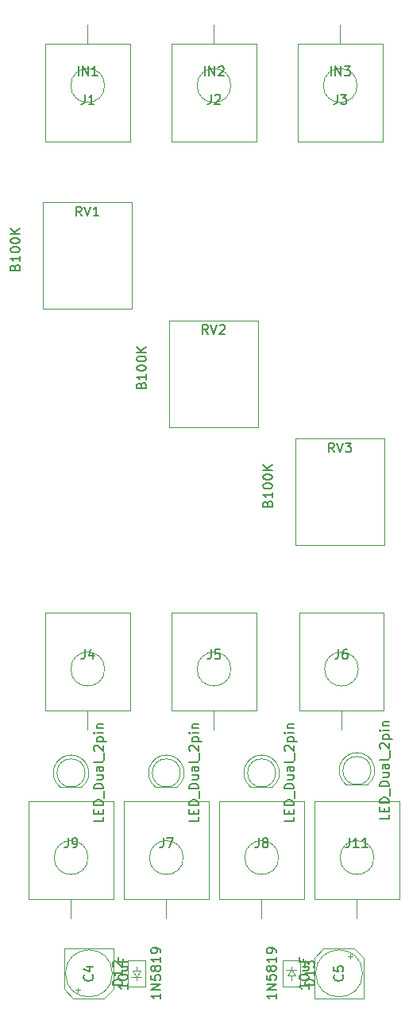
<source format=gbr>
G04 #@! TF.GenerationSoftware,KiCad,Pcbnew,(5.1.0)-1*
G04 #@! TF.CreationDate,2019-10-23T13:14:03-05:00*
G04 #@! TF.ProjectId,logiverter,6c6f6769-7665-4727-9465-722e6b696361,rev?*
G04 #@! TF.SameCoordinates,Original*
G04 #@! TF.FileFunction,Other,Fab,Top*
%FSLAX46Y46*%
G04 Gerber Fmt 4.6, Leading zero omitted, Abs format (unit mm)*
G04 Created by KiCad (PCBNEW (5.1.0)-1) date 2019-10-23 13:14:03*
%MOMM*%
%LPD*%
G04 APERTURE LIST*
%ADD10C,0.100000*%
%ADD11C,0.150000*%
G04 APERTURE END LIST*
D10*
X105482000Y-109635000D02*
X105482000Y-99235000D01*
X114482000Y-109635000D02*
X114482000Y-99235000D01*
X114482000Y-109635000D02*
X105482000Y-109635000D01*
X114482000Y-99185000D02*
X105482000Y-99185000D01*
X111782000Y-103635000D02*
G75*
G03X111782000Y-103635000I-1800000J0D01*
G01*
X109982000Y-97155000D02*
X109982000Y-99185000D01*
X114609000Y-159732000D02*
X114609000Y-170132000D01*
X105609000Y-159732000D02*
X105609000Y-170132000D01*
X105609000Y-159732000D02*
X114609000Y-159732000D01*
X105609000Y-170182000D02*
X114609000Y-170182000D01*
X111909000Y-165732000D02*
G75*
G03X111909000Y-165732000I-1800000J0D01*
G01*
X110109000Y-172212000D02*
X110109000Y-170182000D01*
X96520000Y-172212000D02*
X96520000Y-170182000D01*
X98320000Y-165732000D02*
G75*
G03X98320000Y-165732000I-1800000J0D01*
G01*
X92020000Y-170182000D02*
X101020000Y-170182000D01*
X92020000Y-159732000D02*
X101020000Y-159732000D01*
X92020000Y-159732000D02*
X92020000Y-170132000D01*
X101020000Y-159732000D02*
X101020000Y-170132000D01*
X116260000Y-179798000D02*
X116260000Y-190198000D01*
X107260000Y-179798000D02*
X107260000Y-190198000D01*
X107260000Y-179798000D02*
X116260000Y-179798000D01*
X107260000Y-190248000D02*
X116260000Y-190248000D01*
X113560000Y-185798000D02*
G75*
G03X113560000Y-185798000I-1800000J0D01*
G01*
X111760000Y-192278000D02*
X111760000Y-190248000D01*
X110593810Y-178030000D02*
X112926190Y-178030000D01*
X113260000Y-176530000D02*
G75*
G03X113260000Y-176530000I-1500000J0D01*
G01*
X112925476Y-178030555D02*
G75*
G03X110593810Y-178030000I-1165476J1500555D01*
G01*
X114692000Y-141208000D02*
X105192000Y-141208000D01*
X105192000Y-141208000D02*
X105192000Y-152558000D01*
X105192000Y-152558000D02*
X114692000Y-152558000D01*
X114692000Y-152558000D02*
X114692000Y-141208000D01*
X101230000Y-128635000D02*
X91730000Y-128635000D01*
X91730000Y-128635000D02*
X91730000Y-139985000D01*
X91730000Y-139985000D02*
X101230000Y-139985000D01*
X101230000Y-139985000D02*
X101230000Y-128635000D01*
X87768000Y-116062000D02*
X78268000Y-116062000D01*
X78268000Y-116062000D02*
X78268000Y-127412000D01*
X78268000Y-127412000D02*
X87768000Y-127412000D01*
X87768000Y-127412000D02*
X87768000Y-116062000D01*
X85780000Y-179798000D02*
X85780000Y-190198000D01*
X76780000Y-179798000D02*
X76780000Y-190198000D01*
X76780000Y-179798000D02*
X85780000Y-179798000D01*
X76780000Y-190248000D02*
X85780000Y-190248000D01*
X83080000Y-185798000D02*
G75*
G03X83080000Y-185798000I-1800000J0D01*
G01*
X81280000Y-192278000D02*
X81280000Y-190248000D01*
X101600000Y-192278000D02*
X101600000Y-190248000D01*
X103400000Y-185798000D02*
G75*
G03X103400000Y-185798000I-1800000J0D01*
G01*
X97100000Y-190248000D02*
X106100000Y-190248000D01*
X97100000Y-179798000D02*
X106100000Y-179798000D01*
X97100000Y-179798000D02*
X97100000Y-190198000D01*
X106100000Y-179798000D02*
X106100000Y-190198000D01*
X95940000Y-179798000D02*
X95940000Y-190198000D01*
X86940000Y-179798000D02*
X86940000Y-190198000D01*
X86940000Y-179798000D02*
X95940000Y-179798000D01*
X86940000Y-190248000D02*
X95940000Y-190248000D01*
X93240000Y-185798000D02*
G75*
G03X93240000Y-185798000I-1800000J0D01*
G01*
X91440000Y-192278000D02*
X91440000Y-190248000D01*
X83058000Y-172212000D02*
X83058000Y-170182000D01*
X84858000Y-165732000D02*
G75*
G03X84858000Y-165732000I-1800000J0D01*
G01*
X78558000Y-170182000D02*
X87558000Y-170182000D01*
X78558000Y-159732000D02*
X87558000Y-159732000D01*
X78558000Y-159732000D02*
X78558000Y-170132000D01*
X87558000Y-159732000D02*
X87558000Y-170132000D01*
X92020000Y-109635000D02*
X92020000Y-99235000D01*
X101020000Y-109635000D02*
X101020000Y-99235000D01*
X101020000Y-109635000D02*
X92020000Y-109635000D01*
X101020000Y-99185000D02*
X92020000Y-99185000D01*
X98320000Y-103635000D02*
G75*
G03X98320000Y-103635000I-1800000J0D01*
G01*
X96520000Y-97155000D02*
X96520000Y-99185000D01*
X78558000Y-109635000D02*
X78558000Y-99235000D01*
X87558000Y-109635000D02*
X87558000Y-99235000D01*
X87558000Y-109635000D02*
X78558000Y-109635000D01*
X87558000Y-99185000D02*
X78558000Y-99185000D01*
X84858000Y-103635000D02*
G75*
G03X84858000Y-103635000I-1800000J0D01*
G01*
X83058000Y-97155000D02*
X83058000Y-99185000D01*
X105675000Y-196720000D02*
X105675000Y-199520000D01*
X105675000Y-199520000D02*
X103875000Y-199520000D01*
X103875000Y-199520000D02*
X103875000Y-196720000D01*
X103875000Y-196720000D02*
X105675000Y-196720000D01*
X104775000Y-197370000D02*
X104775000Y-197770000D01*
X104775000Y-197770000D02*
X105325000Y-197770000D01*
X104775000Y-197770000D02*
X104225000Y-197770000D01*
X104775000Y-197770000D02*
X105175000Y-198370000D01*
X105175000Y-198370000D02*
X104375000Y-198370000D01*
X104375000Y-198370000D02*
X104775000Y-197770000D01*
X104775000Y-198370000D02*
X104775000Y-198870000D01*
X87365000Y-199520000D02*
X87365000Y-196720000D01*
X87365000Y-196720000D02*
X89165000Y-196720000D01*
X89165000Y-196720000D02*
X89165000Y-199520000D01*
X89165000Y-199520000D02*
X87365000Y-199520000D01*
X88265000Y-198870000D02*
X88265000Y-198470000D01*
X88265000Y-198470000D02*
X87715000Y-198470000D01*
X88265000Y-198470000D02*
X88815000Y-198470000D01*
X88265000Y-198470000D02*
X87865000Y-197870000D01*
X87865000Y-197870000D02*
X88665000Y-197870000D01*
X88665000Y-197870000D02*
X88265000Y-198470000D01*
X88265000Y-197870000D02*
X88265000Y-197370000D01*
X80113810Y-178284000D02*
X82446190Y-178284000D01*
X82780000Y-176784000D02*
G75*
G03X82780000Y-176784000I-1500000J0D01*
G01*
X82445476Y-178284555D02*
G75*
G03X80113810Y-178284000I-1165476J1500555D01*
G01*
X102765476Y-178284555D02*
G75*
G03X100433810Y-178284000I-1165476J1500555D01*
G01*
X103100000Y-176784000D02*
G75*
G03X103100000Y-176784000I-1500000J0D01*
G01*
X100433810Y-178284000D02*
X102766190Y-178284000D01*
X90273810Y-178284000D02*
X92606190Y-178284000D01*
X92940000Y-176784000D02*
G75*
G03X92940000Y-176784000I-1500000J0D01*
G01*
X92605476Y-178284555D02*
G75*
G03X90273810Y-178284000I-1165476J1500555D01*
G01*
X111305000Y-196336044D02*
X110805000Y-196336044D01*
X111055000Y-196086044D02*
X111055000Y-196586044D01*
X108205000Y-195470000D02*
X107205000Y-196470000D01*
X111505000Y-195470000D02*
X112505000Y-196470000D01*
X111505000Y-195470000D02*
X108205000Y-195470000D01*
X107205000Y-196470000D02*
X107205000Y-200770000D01*
X112505000Y-196470000D02*
X112505000Y-200770000D01*
X112505000Y-200770000D02*
X107205000Y-200770000D01*
X112355000Y-198120000D02*
G75*
G03X112355000Y-198120000I-2500000J0D01*
G01*
X81735000Y-199903956D02*
X82235000Y-199903956D01*
X81985000Y-200153956D02*
X81985000Y-199653956D01*
X84835000Y-200770000D02*
X85835000Y-199770000D01*
X81535000Y-200770000D02*
X80535000Y-199770000D01*
X81535000Y-200770000D02*
X84835000Y-200770000D01*
X85835000Y-199770000D02*
X85835000Y-195470000D01*
X80535000Y-199770000D02*
X80535000Y-195470000D01*
X80535000Y-195470000D02*
X85835000Y-195470000D01*
X85685000Y-198120000D02*
G75*
G03X85685000Y-198120000I-2500000J0D01*
G01*
D11*
X108982000Y-102607380D02*
X108982000Y-101607380D01*
X109458190Y-102607380D02*
X109458190Y-101607380D01*
X110029619Y-102607380D01*
X110029619Y-101607380D01*
X110410571Y-101607380D02*
X111029619Y-101607380D01*
X110696285Y-101988333D01*
X110839142Y-101988333D01*
X110934380Y-102035952D01*
X110982000Y-102083571D01*
X111029619Y-102178809D01*
X111029619Y-102416904D01*
X110982000Y-102512142D01*
X110934380Y-102559761D01*
X110839142Y-102607380D01*
X110553428Y-102607380D01*
X110458190Y-102559761D01*
X110410571Y-102512142D01*
X109648666Y-104607380D02*
X109648666Y-105321666D01*
X109601047Y-105464523D01*
X109505809Y-105559761D01*
X109362952Y-105607380D01*
X109267714Y-105607380D01*
X110029619Y-104607380D02*
X110648666Y-104607380D01*
X110315333Y-104988333D01*
X110458190Y-104988333D01*
X110553428Y-105035952D01*
X110601047Y-105083571D01*
X110648666Y-105178809D01*
X110648666Y-105416904D01*
X110601047Y-105512142D01*
X110553428Y-105559761D01*
X110458190Y-105607380D01*
X110172476Y-105607380D01*
X110077238Y-105559761D01*
X110029619Y-105512142D01*
X109775666Y-163664380D02*
X109775666Y-164378666D01*
X109728047Y-164521523D01*
X109632809Y-164616761D01*
X109489952Y-164664380D01*
X109394714Y-164664380D01*
X110680428Y-163664380D02*
X110489952Y-163664380D01*
X110394714Y-163712000D01*
X110347095Y-163759619D01*
X110251857Y-163902476D01*
X110204238Y-164092952D01*
X110204238Y-164473904D01*
X110251857Y-164569142D01*
X110299476Y-164616761D01*
X110394714Y-164664380D01*
X110585190Y-164664380D01*
X110680428Y-164616761D01*
X110728047Y-164569142D01*
X110775666Y-164473904D01*
X110775666Y-164235809D01*
X110728047Y-164140571D01*
X110680428Y-164092952D01*
X110585190Y-164045333D01*
X110394714Y-164045333D01*
X110299476Y-164092952D01*
X110251857Y-164140571D01*
X110204238Y-164235809D01*
X96186666Y-163664380D02*
X96186666Y-164378666D01*
X96139047Y-164521523D01*
X96043809Y-164616761D01*
X95900952Y-164664380D01*
X95805714Y-164664380D01*
X97139047Y-163664380D02*
X96662857Y-163664380D01*
X96615238Y-164140571D01*
X96662857Y-164092952D01*
X96758095Y-164045333D01*
X96996190Y-164045333D01*
X97091428Y-164092952D01*
X97139047Y-164140571D01*
X97186666Y-164235809D01*
X97186666Y-164473904D01*
X97139047Y-164569142D01*
X97091428Y-164616761D01*
X96996190Y-164664380D01*
X96758095Y-164664380D01*
X96662857Y-164616761D01*
X96615238Y-164569142D01*
X110950476Y-183730380D02*
X110950476Y-184444666D01*
X110902857Y-184587523D01*
X110807619Y-184682761D01*
X110664761Y-184730380D01*
X110569523Y-184730380D01*
X111950476Y-184730380D02*
X111379047Y-184730380D01*
X111664761Y-184730380D02*
X111664761Y-183730380D01*
X111569523Y-183873238D01*
X111474285Y-183968476D01*
X111379047Y-184016095D01*
X112902857Y-184730380D02*
X112331428Y-184730380D01*
X112617142Y-184730380D02*
X112617142Y-183730380D01*
X112521904Y-183873238D01*
X112426666Y-183968476D01*
X112331428Y-184016095D01*
X115172380Y-181220476D02*
X115172380Y-181696666D01*
X114172380Y-181696666D01*
X114648571Y-180887142D02*
X114648571Y-180553809D01*
X115172380Y-180410952D02*
X115172380Y-180887142D01*
X114172380Y-180887142D01*
X114172380Y-180410952D01*
X115172380Y-179982380D02*
X114172380Y-179982380D01*
X114172380Y-179744285D01*
X114220000Y-179601428D01*
X114315238Y-179506190D01*
X114410476Y-179458571D01*
X114600952Y-179410952D01*
X114743809Y-179410952D01*
X114934285Y-179458571D01*
X115029523Y-179506190D01*
X115124761Y-179601428D01*
X115172380Y-179744285D01*
X115172380Y-179982380D01*
X115267619Y-179220476D02*
X115267619Y-178458571D01*
X115172380Y-178220476D02*
X114172380Y-178220476D01*
X114172380Y-177982380D01*
X114220000Y-177839523D01*
X114315238Y-177744285D01*
X114410476Y-177696666D01*
X114600952Y-177649047D01*
X114743809Y-177649047D01*
X114934285Y-177696666D01*
X115029523Y-177744285D01*
X115124761Y-177839523D01*
X115172380Y-177982380D01*
X115172380Y-178220476D01*
X114505714Y-176791904D02*
X115172380Y-176791904D01*
X114505714Y-177220476D02*
X115029523Y-177220476D01*
X115124761Y-177172857D01*
X115172380Y-177077619D01*
X115172380Y-176934761D01*
X115124761Y-176839523D01*
X115077142Y-176791904D01*
X115172380Y-175887142D02*
X114648571Y-175887142D01*
X114553333Y-175934761D01*
X114505714Y-176030000D01*
X114505714Y-176220476D01*
X114553333Y-176315714D01*
X115124761Y-175887142D02*
X115172380Y-175982380D01*
X115172380Y-176220476D01*
X115124761Y-176315714D01*
X115029523Y-176363333D01*
X114934285Y-176363333D01*
X114839047Y-176315714D01*
X114791428Y-176220476D01*
X114791428Y-175982380D01*
X114743809Y-175887142D01*
X115172380Y-175268095D02*
X115124761Y-175363333D01*
X115029523Y-175410952D01*
X114172380Y-175410952D01*
X115267619Y-175125238D02*
X115267619Y-174363333D01*
X114267619Y-174172857D02*
X114220000Y-174125238D01*
X114172380Y-174030000D01*
X114172380Y-173791904D01*
X114220000Y-173696666D01*
X114267619Y-173649047D01*
X114362857Y-173601428D01*
X114458095Y-173601428D01*
X114600952Y-173649047D01*
X115172380Y-174220476D01*
X115172380Y-173601428D01*
X114505714Y-173172857D02*
X115505714Y-173172857D01*
X114553333Y-173172857D02*
X114505714Y-173077619D01*
X114505714Y-172887142D01*
X114553333Y-172791904D01*
X114600952Y-172744285D01*
X114696190Y-172696666D01*
X114981904Y-172696666D01*
X115077142Y-172744285D01*
X115124761Y-172791904D01*
X115172380Y-172887142D01*
X115172380Y-173077619D01*
X115124761Y-173172857D01*
X115172380Y-172268095D02*
X114505714Y-172268095D01*
X114172380Y-172268095D02*
X114220000Y-172315714D01*
X114267619Y-172268095D01*
X114220000Y-172220476D01*
X114172380Y-172268095D01*
X114267619Y-172268095D01*
X114505714Y-171791904D02*
X115172380Y-171791904D01*
X114600952Y-171791904D02*
X114553333Y-171744285D01*
X114505714Y-171649047D01*
X114505714Y-171506190D01*
X114553333Y-171410952D01*
X114648571Y-171363333D01*
X115172380Y-171363333D01*
X102220571Y-148115142D02*
X102268190Y-147972285D01*
X102315809Y-147924666D01*
X102411047Y-147877047D01*
X102553904Y-147877047D01*
X102649142Y-147924666D01*
X102696761Y-147972285D01*
X102744380Y-148067523D01*
X102744380Y-148448476D01*
X101744380Y-148448476D01*
X101744380Y-148115142D01*
X101792000Y-148019904D01*
X101839619Y-147972285D01*
X101934857Y-147924666D01*
X102030095Y-147924666D01*
X102125333Y-147972285D01*
X102172952Y-148019904D01*
X102220571Y-148115142D01*
X102220571Y-148448476D01*
X102744380Y-146924666D02*
X102744380Y-147496095D01*
X102744380Y-147210380D02*
X101744380Y-147210380D01*
X101887238Y-147305619D01*
X101982476Y-147400857D01*
X102030095Y-147496095D01*
X101744380Y-146305619D02*
X101744380Y-146210380D01*
X101792000Y-146115142D01*
X101839619Y-146067523D01*
X101934857Y-146019904D01*
X102125333Y-145972285D01*
X102363428Y-145972285D01*
X102553904Y-146019904D01*
X102649142Y-146067523D01*
X102696761Y-146115142D01*
X102744380Y-146210380D01*
X102744380Y-146305619D01*
X102696761Y-146400857D01*
X102649142Y-146448476D01*
X102553904Y-146496095D01*
X102363428Y-146543714D01*
X102125333Y-146543714D01*
X101934857Y-146496095D01*
X101839619Y-146448476D01*
X101792000Y-146400857D01*
X101744380Y-146305619D01*
X101744380Y-145353238D02*
X101744380Y-145258000D01*
X101792000Y-145162761D01*
X101839619Y-145115142D01*
X101934857Y-145067523D01*
X102125333Y-145019904D01*
X102363428Y-145019904D01*
X102553904Y-145067523D01*
X102649142Y-145115142D01*
X102696761Y-145162761D01*
X102744380Y-145258000D01*
X102744380Y-145353238D01*
X102696761Y-145448476D01*
X102649142Y-145496095D01*
X102553904Y-145543714D01*
X102363428Y-145591333D01*
X102125333Y-145591333D01*
X101934857Y-145543714D01*
X101839619Y-145496095D01*
X101792000Y-145448476D01*
X101744380Y-145353238D01*
X102744380Y-144591333D02*
X101744380Y-144591333D01*
X102744380Y-144019904D02*
X102172952Y-144448476D01*
X101744380Y-144019904D02*
X102315809Y-144591333D01*
X109346761Y-142660380D02*
X109013428Y-142184190D01*
X108775333Y-142660380D02*
X108775333Y-141660380D01*
X109156285Y-141660380D01*
X109251523Y-141708000D01*
X109299142Y-141755619D01*
X109346761Y-141850857D01*
X109346761Y-141993714D01*
X109299142Y-142088952D01*
X109251523Y-142136571D01*
X109156285Y-142184190D01*
X108775333Y-142184190D01*
X109632476Y-141660380D02*
X109965809Y-142660380D01*
X110299142Y-141660380D01*
X110537238Y-141660380D02*
X111156285Y-141660380D01*
X110822952Y-142041333D01*
X110965809Y-142041333D01*
X111061047Y-142088952D01*
X111108666Y-142136571D01*
X111156285Y-142231809D01*
X111156285Y-142469904D01*
X111108666Y-142565142D01*
X111061047Y-142612761D01*
X110965809Y-142660380D01*
X110680095Y-142660380D01*
X110584857Y-142612761D01*
X110537238Y-142565142D01*
X88758571Y-135542142D02*
X88806190Y-135399285D01*
X88853809Y-135351666D01*
X88949047Y-135304047D01*
X89091904Y-135304047D01*
X89187142Y-135351666D01*
X89234761Y-135399285D01*
X89282380Y-135494523D01*
X89282380Y-135875476D01*
X88282380Y-135875476D01*
X88282380Y-135542142D01*
X88330000Y-135446904D01*
X88377619Y-135399285D01*
X88472857Y-135351666D01*
X88568095Y-135351666D01*
X88663333Y-135399285D01*
X88710952Y-135446904D01*
X88758571Y-135542142D01*
X88758571Y-135875476D01*
X89282380Y-134351666D02*
X89282380Y-134923095D01*
X89282380Y-134637380D02*
X88282380Y-134637380D01*
X88425238Y-134732619D01*
X88520476Y-134827857D01*
X88568095Y-134923095D01*
X88282380Y-133732619D02*
X88282380Y-133637380D01*
X88330000Y-133542142D01*
X88377619Y-133494523D01*
X88472857Y-133446904D01*
X88663333Y-133399285D01*
X88901428Y-133399285D01*
X89091904Y-133446904D01*
X89187142Y-133494523D01*
X89234761Y-133542142D01*
X89282380Y-133637380D01*
X89282380Y-133732619D01*
X89234761Y-133827857D01*
X89187142Y-133875476D01*
X89091904Y-133923095D01*
X88901428Y-133970714D01*
X88663333Y-133970714D01*
X88472857Y-133923095D01*
X88377619Y-133875476D01*
X88330000Y-133827857D01*
X88282380Y-133732619D01*
X88282380Y-132780238D02*
X88282380Y-132685000D01*
X88330000Y-132589761D01*
X88377619Y-132542142D01*
X88472857Y-132494523D01*
X88663333Y-132446904D01*
X88901428Y-132446904D01*
X89091904Y-132494523D01*
X89187142Y-132542142D01*
X89234761Y-132589761D01*
X89282380Y-132685000D01*
X89282380Y-132780238D01*
X89234761Y-132875476D01*
X89187142Y-132923095D01*
X89091904Y-132970714D01*
X88901428Y-133018333D01*
X88663333Y-133018333D01*
X88472857Y-132970714D01*
X88377619Y-132923095D01*
X88330000Y-132875476D01*
X88282380Y-132780238D01*
X89282380Y-132018333D02*
X88282380Y-132018333D01*
X89282380Y-131446904D02*
X88710952Y-131875476D01*
X88282380Y-131446904D02*
X88853809Y-132018333D01*
X95884761Y-130087380D02*
X95551428Y-129611190D01*
X95313333Y-130087380D02*
X95313333Y-129087380D01*
X95694285Y-129087380D01*
X95789523Y-129135000D01*
X95837142Y-129182619D01*
X95884761Y-129277857D01*
X95884761Y-129420714D01*
X95837142Y-129515952D01*
X95789523Y-129563571D01*
X95694285Y-129611190D01*
X95313333Y-129611190D01*
X96170476Y-129087380D02*
X96503809Y-130087380D01*
X96837142Y-129087380D01*
X97122857Y-129182619D02*
X97170476Y-129135000D01*
X97265714Y-129087380D01*
X97503809Y-129087380D01*
X97599047Y-129135000D01*
X97646666Y-129182619D01*
X97694285Y-129277857D01*
X97694285Y-129373095D01*
X97646666Y-129515952D01*
X97075238Y-130087380D01*
X97694285Y-130087380D01*
X75296571Y-122969142D02*
X75344190Y-122826285D01*
X75391809Y-122778666D01*
X75487047Y-122731047D01*
X75629904Y-122731047D01*
X75725142Y-122778666D01*
X75772761Y-122826285D01*
X75820380Y-122921523D01*
X75820380Y-123302476D01*
X74820380Y-123302476D01*
X74820380Y-122969142D01*
X74868000Y-122873904D01*
X74915619Y-122826285D01*
X75010857Y-122778666D01*
X75106095Y-122778666D01*
X75201333Y-122826285D01*
X75248952Y-122873904D01*
X75296571Y-122969142D01*
X75296571Y-123302476D01*
X75820380Y-121778666D02*
X75820380Y-122350095D01*
X75820380Y-122064380D02*
X74820380Y-122064380D01*
X74963238Y-122159619D01*
X75058476Y-122254857D01*
X75106095Y-122350095D01*
X74820380Y-121159619D02*
X74820380Y-121064380D01*
X74868000Y-120969142D01*
X74915619Y-120921523D01*
X75010857Y-120873904D01*
X75201333Y-120826285D01*
X75439428Y-120826285D01*
X75629904Y-120873904D01*
X75725142Y-120921523D01*
X75772761Y-120969142D01*
X75820380Y-121064380D01*
X75820380Y-121159619D01*
X75772761Y-121254857D01*
X75725142Y-121302476D01*
X75629904Y-121350095D01*
X75439428Y-121397714D01*
X75201333Y-121397714D01*
X75010857Y-121350095D01*
X74915619Y-121302476D01*
X74868000Y-121254857D01*
X74820380Y-121159619D01*
X74820380Y-120207238D02*
X74820380Y-120112000D01*
X74868000Y-120016761D01*
X74915619Y-119969142D01*
X75010857Y-119921523D01*
X75201333Y-119873904D01*
X75439428Y-119873904D01*
X75629904Y-119921523D01*
X75725142Y-119969142D01*
X75772761Y-120016761D01*
X75820380Y-120112000D01*
X75820380Y-120207238D01*
X75772761Y-120302476D01*
X75725142Y-120350095D01*
X75629904Y-120397714D01*
X75439428Y-120445333D01*
X75201333Y-120445333D01*
X75010857Y-120397714D01*
X74915619Y-120350095D01*
X74868000Y-120302476D01*
X74820380Y-120207238D01*
X75820380Y-119445333D02*
X74820380Y-119445333D01*
X75820380Y-118873904D02*
X75248952Y-119302476D01*
X74820380Y-118873904D02*
X75391809Y-119445333D01*
X82422761Y-117514380D02*
X82089428Y-117038190D01*
X81851333Y-117514380D02*
X81851333Y-116514380D01*
X82232285Y-116514380D01*
X82327523Y-116562000D01*
X82375142Y-116609619D01*
X82422761Y-116704857D01*
X82422761Y-116847714D01*
X82375142Y-116942952D01*
X82327523Y-116990571D01*
X82232285Y-117038190D01*
X81851333Y-117038190D01*
X82708476Y-116514380D02*
X83041809Y-117514380D01*
X83375142Y-116514380D01*
X84232285Y-117514380D02*
X83660857Y-117514380D01*
X83946571Y-117514380D02*
X83946571Y-116514380D01*
X83851333Y-116657238D01*
X83756095Y-116752476D01*
X83660857Y-116800095D01*
X80946666Y-183730380D02*
X80946666Y-184444666D01*
X80899047Y-184587523D01*
X80803809Y-184682761D01*
X80660952Y-184730380D01*
X80565714Y-184730380D01*
X81470476Y-184730380D02*
X81660952Y-184730380D01*
X81756190Y-184682761D01*
X81803809Y-184635142D01*
X81899047Y-184492285D01*
X81946666Y-184301809D01*
X81946666Y-183920857D01*
X81899047Y-183825619D01*
X81851428Y-183778000D01*
X81756190Y-183730380D01*
X81565714Y-183730380D01*
X81470476Y-183778000D01*
X81422857Y-183825619D01*
X81375238Y-183920857D01*
X81375238Y-184158952D01*
X81422857Y-184254190D01*
X81470476Y-184301809D01*
X81565714Y-184349428D01*
X81756190Y-184349428D01*
X81851428Y-184301809D01*
X81899047Y-184254190D01*
X81946666Y-184158952D01*
X101266666Y-183730380D02*
X101266666Y-184444666D01*
X101219047Y-184587523D01*
X101123809Y-184682761D01*
X100980952Y-184730380D01*
X100885714Y-184730380D01*
X101885714Y-184158952D02*
X101790476Y-184111333D01*
X101742857Y-184063714D01*
X101695238Y-183968476D01*
X101695238Y-183920857D01*
X101742857Y-183825619D01*
X101790476Y-183778000D01*
X101885714Y-183730380D01*
X102076190Y-183730380D01*
X102171428Y-183778000D01*
X102219047Y-183825619D01*
X102266666Y-183920857D01*
X102266666Y-183968476D01*
X102219047Y-184063714D01*
X102171428Y-184111333D01*
X102076190Y-184158952D01*
X101885714Y-184158952D01*
X101790476Y-184206571D01*
X101742857Y-184254190D01*
X101695238Y-184349428D01*
X101695238Y-184539904D01*
X101742857Y-184635142D01*
X101790476Y-184682761D01*
X101885714Y-184730380D01*
X102076190Y-184730380D01*
X102171428Y-184682761D01*
X102219047Y-184635142D01*
X102266666Y-184539904D01*
X102266666Y-184349428D01*
X102219047Y-184254190D01*
X102171428Y-184206571D01*
X102076190Y-184158952D01*
X91106666Y-183730380D02*
X91106666Y-184444666D01*
X91059047Y-184587523D01*
X90963809Y-184682761D01*
X90820952Y-184730380D01*
X90725714Y-184730380D01*
X91487619Y-183730380D02*
X92154285Y-183730380D01*
X91725714Y-184730380D01*
X82724666Y-163664380D02*
X82724666Y-164378666D01*
X82677047Y-164521523D01*
X82581809Y-164616761D01*
X82438952Y-164664380D01*
X82343714Y-164664380D01*
X83629428Y-163997714D02*
X83629428Y-164664380D01*
X83391333Y-163616761D02*
X83153238Y-164331047D01*
X83772285Y-164331047D01*
X95520000Y-102607380D02*
X95520000Y-101607380D01*
X95996190Y-102607380D02*
X95996190Y-101607380D01*
X96567619Y-102607380D01*
X96567619Y-101607380D01*
X96996190Y-101702619D02*
X97043809Y-101655000D01*
X97139047Y-101607380D01*
X97377142Y-101607380D01*
X97472380Y-101655000D01*
X97520000Y-101702619D01*
X97567619Y-101797857D01*
X97567619Y-101893095D01*
X97520000Y-102035952D01*
X96948571Y-102607380D01*
X97567619Y-102607380D01*
X96186666Y-104607380D02*
X96186666Y-105321666D01*
X96139047Y-105464523D01*
X96043809Y-105559761D01*
X95900952Y-105607380D01*
X95805714Y-105607380D01*
X96615238Y-104702619D02*
X96662857Y-104655000D01*
X96758095Y-104607380D01*
X96996190Y-104607380D01*
X97091428Y-104655000D01*
X97139047Y-104702619D01*
X97186666Y-104797857D01*
X97186666Y-104893095D01*
X97139047Y-105035952D01*
X96567619Y-105607380D01*
X97186666Y-105607380D01*
X82058000Y-102607380D02*
X82058000Y-101607380D01*
X82534190Y-102607380D02*
X82534190Y-101607380D01*
X83105619Y-102607380D01*
X83105619Y-101607380D01*
X84105619Y-102607380D02*
X83534190Y-102607380D01*
X83819904Y-102607380D02*
X83819904Y-101607380D01*
X83724666Y-101750238D01*
X83629428Y-101845476D01*
X83534190Y-101893095D01*
X82724666Y-104607380D02*
X82724666Y-105321666D01*
X82677047Y-105464523D01*
X82581809Y-105559761D01*
X82438952Y-105607380D01*
X82343714Y-105607380D01*
X83724666Y-105607380D02*
X83153238Y-105607380D01*
X83438952Y-105607380D02*
X83438952Y-104607380D01*
X83343714Y-104750238D01*
X83248476Y-104845476D01*
X83153238Y-104893095D01*
X103127380Y-200262857D02*
X103127380Y-200834285D01*
X103127380Y-200548571D02*
X102127380Y-200548571D01*
X102270238Y-200643809D01*
X102365476Y-200739047D01*
X102413095Y-200834285D01*
X103127380Y-199834285D02*
X102127380Y-199834285D01*
X103127380Y-199262857D01*
X102127380Y-199262857D01*
X102127380Y-198310476D02*
X102127380Y-198786666D01*
X102603571Y-198834285D01*
X102555952Y-198786666D01*
X102508333Y-198691428D01*
X102508333Y-198453333D01*
X102555952Y-198358095D01*
X102603571Y-198310476D01*
X102698809Y-198262857D01*
X102936904Y-198262857D01*
X103032142Y-198310476D01*
X103079761Y-198358095D01*
X103127380Y-198453333D01*
X103127380Y-198691428D01*
X103079761Y-198786666D01*
X103032142Y-198834285D01*
X102555952Y-197691428D02*
X102508333Y-197786666D01*
X102460714Y-197834285D01*
X102365476Y-197881904D01*
X102317857Y-197881904D01*
X102222619Y-197834285D01*
X102175000Y-197786666D01*
X102127380Y-197691428D01*
X102127380Y-197500952D01*
X102175000Y-197405714D01*
X102222619Y-197358095D01*
X102317857Y-197310476D01*
X102365476Y-197310476D01*
X102460714Y-197358095D01*
X102508333Y-197405714D01*
X102555952Y-197500952D01*
X102555952Y-197691428D01*
X102603571Y-197786666D01*
X102651190Y-197834285D01*
X102746428Y-197881904D01*
X102936904Y-197881904D01*
X103032142Y-197834285D01*
X103079761Y-197786666D01*
X103127380Y-197691428D01*
X103127380Y-197500952D01*
X103079761Y-197405714D01*
X103032142Y-197358095D01*
X102936904Y-197310476D01*
X102746428Y-197310476D01*
X102651190Y-197358095D01*
X102603571Y-197405714D01*
X102555952Y-197500952D01*
X103127380Y-196358095D02*
X103127380Y-196929523D01*
X103127380Y-196643809D02*
X102127380Y-196643809D01*
X102270238Y-196739047D01*
X102365476Y-196834285D01*
X102413095Y-196929523D01*
X103127380Y-195881904D02*
X103127380Y-195691428D01*
X103079761Y-195596190D01*
X103032142Y-195548571D01*
X102889285Y-195453333D01*
X102698809Y-195405714D01*
X102317857Y-195405714D01*
X102222619Y-195453333D01*
X102175000Y-195500952D01*
X102127380Y-195596190D01*
X102127380Y-195786666D01*
X102175000Y-195881904D01*
X102222619Y-195929523D01*
X102317857Y-195977142D01*
X102555952Y-195977142D01*
X102651190Y-195929523D01*
X102698809Y-195881904D01*
X102746428Y-195786666D01*
X102746428Y-195596190D01*
X102698809Y-195500952D01*
X102651190Y-195453333D01*
X102555952Y-195405714D01*
X107227380Y-199334285D02*
X106227380Y-199334285D01*
X106227380Y-199096190D01*
X106275000Y-198953333D01*
X106370238Y-198858095D01*
X106465476Y-198810476D01*
X106655952Y-198762857D01*
X106798809Y-198762857D01*
X106989285Y-198810476D01*
X107084523Y-198858095D01*
X107179761Y-198953333D01*
X107227380Y-199096190D01*
X107227380Y-199334285D01*
X107227380Y-197810476D02*
X107227380Y-198381904D01*
X107227380Y-198096190D02*
X106227380Y-198096190D01*
X106370238Y-198191428D01*
X106465476Y-198286666D01*
X106513095Y-198381904D01*
X106227380Y-197477142D02*
X106227380Y-196858095D01*
X106608333Y-197191428D01*
X106608333Y-197048571D01*
X106655952Y-196953333D01*
X106703571Y-196905714D01*
X106798809Y-196858095D01*
X107036904Y-196858095D01*
X107132142Y-196905714D01*
X107179761Y-196953333D01*
X107227380Y-197048571D01*
X107227380Y-197334285D01*
X107179761Y-197429523D01*
X107132142Y-197477142D01*
X90817380Y-200262857D02*
X90817380Y-200834285D01*
X90817380Y-200548571D02*
X89817380Y-200548571D01*
X89960238Y-200643809D01*
X90055476Y-200739047D01*
X90103095Y-200834285D01*
X90817380Y-199834285D02*
X89817380Y-199834285D01*
X90817380Y-199262857D01*
X89817380Y-199262857D01*
X89817380Y-198310476D02*
X89817380Y-198786666D01*
X90293571Y-198834285D01*
X90245952Y-198786666D01*
X90198333Y-198691428D01*
X90198333Y-198453333D01*
X90245952Y-198358095D01*
X90293571Y-198310476D01*
X90388809Y-198262857D01*
X90626904Y-198262857D01*
X90722142Y-198310476D01*
X90769761Y-198358095D01*
X90817380Y-198453333D01*
X90817380Y-198691428D01*
X90769761Y-198786666D01*
X90722142Y-198834285D01*
X90245952Y-197691428D02*
X90198333Y-197786666D01*
X90150714Y-197834285D01*
X90055476Y-197881904D01*
X90007857Y-197881904D01*
X89912619Y-197834285D01*
X89865000Y-197786666D01*
X89817380Y-197691428D01*
X89817380Y-197500952D01*
X89865000Y-197405714D01*
X89912619Y-197358095D01*
X90007857Y-197310476D01*
X90055476Y-197310476D01*
X90150714Y-197358095D01*
X90198333Y-197405714D01*
X90245952Y-197500952D01*
X90245952Y-197691428D01*
X90293571Y-197786666D01*
X90341190Y-197834285D01*
X90436428Y-197881904D01*
X90626904Y-197881904D01*
X90722142Y-197834285D01*
X90769761Y-197786666D01*
X90817380Y-197691428D01*
X90817380Y-197500952D01*
X90769761Y-197405714D01*
X90722142Y-197358095D01*
X90626904Y-197310476D01*
X90436428Y-197310476D01*
X90341190Y-197358095D01*
X90293571Y-197405714D01*
X90245952Y-197500952D01*
X90817380Y-196358095D02*
X90817380Y-196929523D01*
X90817380Y-196643809D02*
X89817380Y-196643809D01*
X89960238Y-196739047D01*
X90055476Y-196834285D01*
X90103095Y-196929523D01*
X90817380Y-195881904D02*
X90817380Y-195691428D01*
X90769761Y-195596190D01*
X90722142Y-195548571D01*
X90579285Y-195453333D01*
X90388809Y-195405714D01*
X90007857Y-195405714D01*
X89912619Y-195453333D01*
X89865000Y-195500952D01*
X89817380Y-195596190D01*
X89817380Y-195786666D01*
X89865000Y-195881904D01*
X89912619Y-195929523D01*
X90007857Y-195977142D01*
X90245952Y-195977142D01*
X90341190Y-195929523D01*
X90388809Y-195881904D01*
X90436428Y-195786666D01*
X90436428Y-195596190D01*
X90388809Y-195500952D01*
X90341190Y-195453333D01*
X90245952Y-195405714D01*
X86717380Y-199334285D02*
X85717380Y-199334285D01*
X85717380Y-199096190D01*
X85765000Y-198953333D01*
X85860238Y-198858095D01*
X85955476Y-198810476D01*
X86145952Y-198762857D01*
X86288809Y-198762857D01*
X86479285Y-198810476D01*
X86574523Y-198858095D01*
X86669761Y-198953333D01*
X86717380Y-199096190D01*
X86717380Y-199334285D01*
X86717380Y-197810476D02*
X86717380Y-198381904D01*
X86717380Y-198096190D02*
X85717380Y-198096190D01*
X85860238Y-198191428D01*
X85955476Y-198286666D01*
X86003095Y-198381904D01*
X85812619Y-197429523D02*
X85765000Y-197381904D01*
X85717380Y-197286666D01*
X85717380Y-197048571D01*
X85765000Y-196953333D01*
X85812619Y-196905714D01*
X85907857Y-196858095D01*
X86003095Y-196858095D01*
X86145952Y-196905714D01*
X86717380Y-197477142D01*
X86717380Y-196858095D01*
X84692380Y-181474476D02*
X84692380Y-181950666D01*
X83692380Y-181950666D01*
X84168571Y-181141142D02*
X84168571Y-180807809D01*
X84692380Y-180664952D02*
X84692380Y-181141142D01*
X83692380Y-181141142D01*
X83692380Y-180664952D01*
X84692380Y-180236380D02*
X83692380Y-180236380D01*
X83692380Y-179998285D01*
X83740000Y-179855428D01*
X83835238Y-179760190D01*
X83930476Y-179712571D01*
X84120952Y-179664952D01*
X84263809Y-179664952D01*
X84454285Y-179712571D01*
X84549523Y-179760190D01*
X84644761Y-179855428D01*
X84692380Y-179998285D01*
X84692380Y-180236380D01*
X84787619Y-179474476D02*
X84787619Y-178712571D01*
X84692380Y-178474476D02*
X83692380Y-178474476D01*
X83692380Y-178236380D01*
X83740000Y-178093523D01*
X83835238Y-177998285D01*
X83930476Y-177950666D01*
X84120952Y-177903047D01*
X84263809Y-177903047D01*
X84454285Y-177950666D01*
X84549523Y-177998285D01*
X84644761Y-178093523D01*
X84692380Y-178236380D01*
X84692380Y-178474476D01*
X84025714Y-177045904D02*
X84692380Y-177045904D01*
X84025714Y-177474476D02*
X84549523Y-177474476D01*
X84644761Y-177426857D01*
X84692380Y-177331619D01*
X84692380Y-177188761D01*
X84644761Y-177093523D01*
X84597142Y-177045904D01*
X84692380Y-176141142D02*
X84168571Y-176141142D01*
X84073333Y-176188761D01*
X84025714Y-176284000D01*
X84025714Y-176474476D01*
X84073333Y-176569714D01*
X84644761Y-176141142D02*
X84692380Y-176236380D01*
X84692380Y-176474476D01*
X84644761Y-176569714D01*
X84549523Y-176617333D01*
X84454285Y-176617333D01*
X84359047Y-176569714D01*
X84311428Y-176474476D01*
X84311428Y-176236380D01*
X84263809Y-176141142D01*
X84692380Y-175522095D02*
X84644761Y-175617333D01*
X84549523Y-175664952D01*
X83692380Y-175664952D01*
X84787619Y-175379238D02*
X84787619Y-174617333D01*
X83787619Y-174426857D02*
X83740000Y-174379238D01*
X83692380Y-174284000D01*
X83692380Y-174045904D01*
X83740000Y-173950666D01*
X83787619Y-173903047D01*
X83882857Y-173855428D01*
X83978095Y-173855428D01*
X84120952Y-173903047D01*
X84692380Y-174474476D01*
X84692380Y-173855428D01*
X84025714Y-173426857D02*
X85025714Y-173426857D01*
X84073333Y-173426857D02*
X84025714Y-173331619D01*
X84025714Y-173141142D01*
X84073333Y-173045904D01*
X84120952Y-172998285D01*
X84216190Y-172950666D01*
X84501904Y-172950666D01*
X84597142Y-172998285D01*
X84644761Y-173045904D01*
X84692380Y-173141142D01*
X84692380Y-173331619D01*
X84644761Y-173426857D01*
X84692380Y-172522095D02*
X84025714Y-172522095D01*
X83692380Y-172522095D02*
X83740000Y-172569714D01*
X83787619Y-172522095D01*
X83740000Y-172474476D01*
X83692380Y-172522095D01*
X83787619Y-172522095D01*
X84025714Y-172045904D02*
X84692380Y-172045904D01*
X84120952Y-172045904D02*
X84073333Y-171998285D01*
X84025714Y-171903047D01*
X84025714Y-171760190D01*
X84073333Y-171664952D01*
X84168571Y-171617333D01*
X84692380Y-171617333D01*
X105012380Y-181474476D02*
X105012380Y-181950666D01*
X104012380Y-181950666D01*
X104488571Y-181141142D02*
X104488571Y-180807809D01*
X105012380Y-180664952D02*
X105012380Y-181141142D01*
X104012380Y-181141142D01*
X104012380Y-180664952D01*
X105012380Y-180236380D02*
X104012380Y-180236380D01*
X104012380Y-179998285D01*
X104060000Y-179855428D01*
X104155238Y-179760190D01*
X104250476Y-179712571D01*
X104440952Y-179664952D01*
X104583809Y-179664952D01*
X104774285Y-179712571D01*
X104869523Y-179760190D01*
X104964761Y-179855428D01*
X105012380Y-179998285D01*
X105012380Y-180236380D01*
X105107619Y-179474476D02*
X105107619Y-178712571D01*
X105012380Y-178474476D02*
X104012380Y-178474476D01*
X104012380Y-178236380D01*
X104060000Y-178093523D01*
X104155238Y-177998285D01*
X104250476Y-177950666D01*
X104440952Y-177903047D01*
X104583809Y-177903047D01*
X104774285Y-177950666D01*
X104869523Y-177998285D01*
X104964761Y-178093523D01*
X105012380Y-178236380D01*
X105012380Y-178474476D01*
X104345714Y-177045904D02*
X105012380Y-177045904D01*
X104345714Y-177474476D02*
X104869523Y-177474476D01*
X104964761Y-177426857D01*
X105012380Y-177331619D01*
X105012380Y-177188761D01*
X104964761Y-177093523D01*
X104917142Y-177045904D01*
X105012380Y-176141142D02*
X104488571Y-176141142D01*
X104393333Y-176188761D01*
X104345714Y-176284000D01*
X104345714Y-176474476D01*
X104393333Y-176569714D01*
X104964761Y-176141142D02*
X105012380Y-176236380D01*
X105012380Y-176474476D01*
X104964761Y-176569714D01*
X104869523Y-176617333D01*
X104774285Y-176617333D01*
X104679047Y-176569714D01*
X104631428Y-176474476D01*
X104631428Y-176236380D01*
X104583809Y-176141142D01*
X105012380Y-175522095D02*
X104964761Y-175617333D01*
X104869523Y-175664952D01*
X104012380Y-175664952D01*
X105107619Y-175379238D02*
X105107619Y-174617333D01*
X104107619Y-174426857D02*
X104060000Y-174379238D01*
X104012380Y-174284000D01*
X104012380Y-174045904D01*
X104060000Y-173950666D01*
X104107619Y-173903047D01*
X104202857Y-173855428D01*
X104298095Y-173855428D01*
X104440952Y-173903047D01*
X105012380Y-174474476D01*
X105012380Y-173855428D01*
X104345714Y-173426857D02*
X105345714Y-173426857D01*
X104393333Y-173426857D02*
X104345714Y-173331619D01*
X104345714Y-173141142D01*
X104393333Y-173045904D01*
X104440952Y-172998285D01*
X104536190Y-172950666D01*
X104821904Y-172950666D01*
X104917142Y-172998285D01*
X104964761Y-173045904D01*
X105012380Y-173141142D01*
X105012380Y-173331619D01*
X104964761Y-173426857D01*
X105012380Y-172522095D02*
X104345714Y-172522095D01*
X104012380Y-172522095D02*
X104060000Y-172569714D01*
X104107619Y-172522095D01*
X104060000Y-172474476D01*
X104012380Y-172522095D01*
X104107619Y-172522095D01*
X104345714Y-172045904D02*
X105012380Y-172045904D01*
X104440952Y-172045904D02*
X104393333Y-171998285D01*
X104345714Y-171903047D01*
X104345714Y-171760190D01*
X104393333Y-171664952D01*
X104488571Y-171617333D01*
X105012380Y-171617333D01*
X94852380Y-181474476D02*
X94852380Y-181950666D01*
X93852380Y-181950666D01*
X94328571Y-181141142D02*
X94328571Y-180807809D01*
X94852380Y-180664952D02*
X94852380Y-181141142D01*
X93852380Y-181141142D01*
X93852380Y-180664952D01*
X94852380Y-180236380D02*
X93852380Y-180236380D01*
X93852380Y-179998285D01*
X93900000Y-179855428D01*
X93995238Y-179760190D01*
X94090476Y-179712571D01*
X94280952Y-179664952D01*
X94423809Y-179664952D01*
X94614285Y-179712571D01*
X94709523Y-179760190D01*
X94804761Y-179855428D01*
X94852380Y-179998285D01*
X94852380Y-180236380D01*
X94947619Y-179474476D02*
X94947619Y-178712571D01*
X94852380Y-178474476D02*
X93852380Y-178474476D01*
X93852380Y-178236380D01*
X93900000Y-178093523D01*
X93995238Y-177998285D01*
X94090476Y-177950666D01*
X94280952Y-177903047D01*
X94423809Y-177903047D01*
X94614285Y-177950666D01*
X94709523Y-177998285D01*
X94804761Y-178093523D01*
X94852380Y-178236380D01*
X94852380Y-178474476D01*
X94185714Y-177045904D02*
X94852380Y-177045904D01*
X94185714Y-177474476D02*
X94709523Y-177474476D01*
X94804761Y-177426857D01*
X94852380Y-177331619D01*
X94852380Y-177188761D01*
X94804761Y-177093523D01*
X94757142Y-177045904D01*
X94852380Y-176141142D02*
X94328571Y-176141142D01*
X94233333Y-176188761D01*
X94185714Y-176284000D01*
X94185714Y-176474476D01*
X94233333Y-176569714D01*
X94804761Y-176141142D02*
X94852380Y-176236380D01*
X94852380Y-176474476D01*
X94804761Y-176569714D01*
X94709523Y-176617333D01*
X94614285Y-176617333D01*
X94519047Y-176569714D01*
X94471428Y-176474476D01*
X94471428Y-176236380D01*
X94423809Y-176141142D01*
X94852380Y-175522095D02*
X94804761Y-175617333D01*
X94709523Y-175664952D01*
X93852380Y-175664952D01*
X94947619Y-175379238D02*
X94947619Y-174617333D01*
X93947619Y-174426857D02*
X93900000Y-174379238D01*
X93852380Y-174284000D01*
X93852380Y-174045904D01*
X93900000Y-173950666D01*
X93947619Y-173903047D01*
X94042857Y-173855428D01*
X94138095Y-173855428D01*
X94280952Y-173903047D01*
X94852380Y-174474476D01*
X94852380Y-173855428D01*
X94185714Y-173426857D02*
X95185714Y-173426857D01*
X94233333Y-173426857D02*
X94185714Y-173331619D01*
X94185714Y-173141142D01*
X94233333Y-173045904D01*
X94280952Y-172998285D01*
X94376190Y-172950666D01*
X94661904Y-172950666D01*
X94757142Y-172998285D01*
X94804761Y-173045904D01*
X94852380Y-173141142D01*
X94852380Y-173331619D01*
X94804761Y-173426857D01*
X94852380Y-172522095D02*
X94185714Y-172522095D01*
X93852380Y-172522095D02*
X93900000Y-172569714D01*
X93947619Y-172522095D01*
X93900000Y-172474476D01*
X93852380Y-172522095D01*
X93947619Y-172522095D01*
X94185714Y-172045904D02*
X94852380Y-172045904D01*
X94280952Y-172045904D02*
X94233333Y-171998285D01*
X94185714Y-171903047D01*
X94185714Y-171760190D01*
X94233333Y-171664952D01*
X94328571Y-171617333D01*
X94852380Y-171617333D01*
X106607380Y-199191428D02*
X106607380Y-199762857D01*
X106607380Y-199477142D02*
X105607380Y-199477142D01*
X105750238Y-199572380D01*
X105845476Y-199667619D01*
X105893095Y-199762857D01*
X105607380Y-198572380D02*
X105607380Y-198477142D01*
X105655000Y-198381904D01*
X105702619Y-198334285D01*
X105797857Y-198286666D01*
X105988333Y-198239047D01*
X106226428Y-198239047D01*
X106416904Y-198286666D01*
X106512142Y-198334285D01*
X106559761Y-198381904D01*
X106607380Y-198477142D01*
X106607380Y-198572380D01*
X106559761Y-198667619D01*
X106512142Y-198715238D01*
X106416904Y-198762857D01*
X106226428Y-198810476D01*
X105988333Y-198810476D01*
X105797857Y-198762857D01*
X105702619Y-198715238D01*
X105655000Y-198667619D01*
X105607380Y-198572380D01*
X105940714Y-197381904D02*
X106607380Y-197381904D01*
X105940714Y-197810476D02*
X106464523Y-197810476D01*
X106559761Y-197762857D01*
X106607380Y-197667619D01*
X106607380Y-197524761D01*
X106559761Y-197429523D01*
X106512142Y-197381904D01*
X106083571Y-196572380D02*
X106083571Y-196905714D01*
X106607380Y-196905714D02*
X105607380Y-196905714D01*
X105607380Y-196429523D01*
X110212142Y-198286666D02*
X110259761Y-198334285D01*
X110307380Y-198477142D01*
X110307380Y-198572380D01*
X110259761Y-198715238D01*
X110164523Y-198810476D01*
X110069285Y-198858095D01*
X109878809Y-198905714D01*
X109735952Y-198905714D01*
X109545476Y-198858095D01*
X109450238Y-198810476D01*
X109355000Y-198715238D01*
X109307380Y-198572380D01*
X109307380Y-198477142D01*
X109355000Y-198334285D01*
X109402619Y-198286666D01*
X109307380Y-197381904D02*
X109307380Y-197858095D01*
X109783571Y-197905714D01*
X109735952Y-197858095D01*
X109688333Y-197762857D01*
X109688333Y-197524761D01*
X109735952Y-197429523D01*
X109783571Y-197381904D01*
X109878809Y-197334285D01*
X110116904Y-197334285D01*
X110212142Y-197381904D01*
X110259761Y-197429523D01*
X110307380Y-197524761D01*
X110307380Y-197762857D01*
X110259761Y-197858095D01*
X110212142Y-197905714D01*
X87337380Y-199191428D02*
X87337380Y-199762857D01*
X87337380Y-199477142D02*
X86337380Y-199477142D01*
X86480238Y-199572380D01*
X86575476Y-199667619D01*
X86623095Y-199762857D01*
X86337380Y-198572380D02*
X86337380Y-198477142D01*
X86385000Y-198381904D01*
X86432619Y-198334285D01*
X86527857Y-198286666D01*
X86718333Y-198239047D01*
X86956428Y-198239047D01*
X87146904Y-198286666D01*
X87242142Y-198334285D01*
X87289761Y-198381904D01*
X87337380Y-198477142D01*
X87337380Y-198572380D01*
X87289761Y-198667619D01*
X87242142Y-198715238D01*
X87146904Y-198762857D01*
X86956428Y-198810476D01*
X86718333Y-198810476D01*
X86527857Y-198762857D01*
X86432619Y-198715238D01*
X86385000Y-198667619D01*
X86337380Y-198572380D01*
X86670714Y-197381904D02*
X87337380Y-197381904D01*
X86670714Y-197810476D02*
X87194523Y-197810476D01*
X87289761Y-197762857D01*
X87337380Y-197667619D01*
X87337380Y-197524761D01*
X87289761Y-197429523D01*
X87242142Y-197381904D01*
X86813571Y-196572380D02*
X86813571Y-196905714D01*
X87337380Y-196905714D02*
X86337380Y-196905714D01*
X86337380Y-196429523D01*
X83542142Y-198286666D02*
X83589761Y-198334285D01*
X83637380Y-198477142D01*
X83637380Y-198572380D01*
X83589761Y-198715238D01*
X83494523Y-198810476D01*
X83399285Y-198858095D01*
X83208809Y-198905714D01*
X83065952Y-198905714D01*
X82875476Y-198858095D01*
X82780238Y-198810476D01*
X82685000Y-198715238D01*
X82637380Y-198572380D01*
X82637380Y-198477142D01*
X82685000Y-198334285D01*
X82732619Y-198286666D01*
X82970714Y-197429523D02*
X83637380Y-197429523D01*
X82589761Y-197667619D02*
X83304047Y-197905714D01*
X83304047Y-197286666D01*
M02*

</source>
